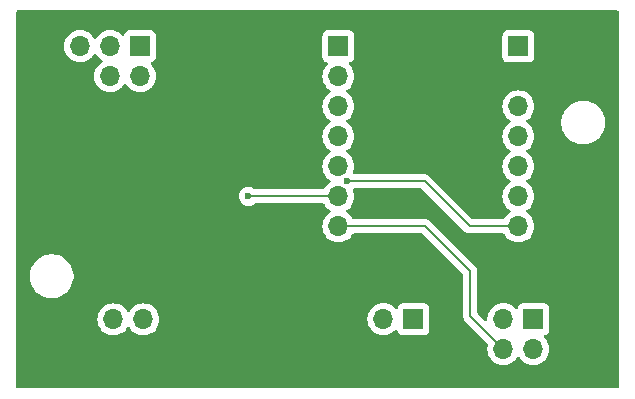
<source format=gbr>
%TF.GenerationSoftware,KiCad,Pcbnew,8.0.4*%
%TF.CreationDate,2024-08-21T00:11:03-04:00*%
%TF.ProjectId,Drone_Motherboard,44726f6e-655f-44d6-9f74-686572626f61,rev?*%
%TF.SameCoordinates,Original*%
%TF.FileFunction,Copper,L2,Bot*%
%TF.FilePolarity,Positive*%
%FSLAX46Y46*%
G04 Gerber Fmt 4.6, Leading zero omitted, Abs format (unit mm)*
G04 Created by KiCad (PCBNEW 8.0.4) date 2024-08-21 00:11:03*
%MOMM*%
%LPD*%
G01*
G04 APERTURE LIST*
%TA.AperFunction,ComponentPad*%
%ADD10R,1.700000X1.700000*%
%TD*%
%TA.AperFunction,ComponentPad*%
%ADD11O,1.700000X1.700000*%
%TD*%
%TA.AperFunction,ViaPad*%
%ADD12C,0.600000*%
%TD*%
%TA.AperFunction,Conductor*%
%ADD13C,0.200000*%
%TD*%
G04 APERTURE END LIST*
D10*
%TO.P,SPI1,1,Pin_1*%
%TO.N,Net-(SPI1-Pin_1)*%
X157485000Y-130551000D03*
D11*
%TO.P,SPI1,2,Pin_2*%
%TO.N,Net-(SPI1-Pin_2)*%
X157485000Y-133091000D03*
%TO.P,SPI1,3,Pin_3*%
%TO.N,Net-(SPI1-Pin_3)*%
X154945000Y-130551000D03*
%TO.P,SPI1,4,Pin_4*%
%TO.N,Net-(SPI1-Pin_4)*%
X154945000Y-133091000D03*
%TD*%
D10*
%TO.P,JETSON_PWR1,1,Pin_1*%
%TO.N,+5V*%
X147325000Y-130551000D03*
D11*
%TO.P,JETSON_PWR1,2,Pin_2*%
%TO.N,GND*%
X147325000Y-133091000D03*
%TO.P,JETSON_PWR1,3,Pin_3*%
%TO.N,+5V*%
X144785000Y-130551000D03*
%TO.P,JETSON_PWR1,4,Pin_4*%
%TO.N,GND*%
X144785000Y-133091000D03*
%TD*%
D10*
%TO.P,VBUCK1,1,Pin_1*%
%TO.N,GND*%
X124465000Y-133101000D03*
D11*
%TO.P,VBUCK1,2,Pin_2*%
X121925000Y-133101000D03*
%TO.P,VBUCK1,3,Pin_3*%
%TO.N,Net-(Q1-S)*%
X124465000Y-130561000D03*
%TO.P,VBUCK1,4,Pin_4*%
X121925000Y-130561000D03*
%TD*%
D10*
%TO.P,ESC_DEBUG1,1,Pin_1*%
%TO.N,Net-(ESC1-Pin_6)*%
X124191000Y-107437000D03*
D11*
%TO.P,ESC_DEBUG1,2,Pin_2*%
%TO.N,Net-(ESC1-Pin_5)*%
X124191000Y-109977000D03*
%TO.P,ESC_DEBUG1,3,Pin_3*%
%TO.N,Net-(ESC1-Pin_8)*%
X121651000Y-107437000D03*
%TO.P,ESC_DEBUG1,4,Pin_4*%
%TO.N,Net-(ESC1-Pin_7)*%
X121651000Y-109977000D03*
%TO.P,ESC_DEBUG1,5,Pin_5*%
%TO.N,Net-(ESC1-Pin_2)*%
X119111000Y-107437000D03*
%TO.P,ESC_DEBUG1,6,Pin_6*%
%TO.N,GND*%
X119111000Y-109977000D03*
%TD*%
D10*
%TO.P,XIAO_L1,1,Pin_1*%
%TO.N,Net-(ESC1-Pin_8)*%
X140970000Y-107442000D03*
D11*
%TO.P,XIAO_L1,2,Pin_2*%
%TO.N,Net-(ESC1-Pin_7)*%
X140970000Y-109982000D03*
%TO.P,XIAO_L1,3,Pin_3*%
%TO.N,Net-(ESC1-Pin_6)*%
X140970000Y-112522000D03*
%TO.P,XIAO_L1,4,Pin_4*%
%TO.N,Net-(ESC1-Pin_5)*%
X140970000Y-115062000D03*
%TO.P,XIAO_L1,5,Pin_5*%
%TO.N,Net-(ESC1-Pin_4)*%
X140970000Y-117602000D03*
%TO.P,XIAO_L1,6,Pin_6*%
%TO.N,VSENSE*%
X140970000Y-120142000D03*
%TO.P,XIAO_L1,7,Pin_7*%
%TO.N,Net-(SPI1-Pin_4)*%
X140970000Y-122682000D03*
%TD*%
D10*
%TO.P,XIAO_R1,1,Pin_1*%
%TO.N,+5V*%
X156210000Y-107442000D03*
D11*
%TO.P,XIAO_R1,2,Pin_2*%
%TO.N,GND*%
X156210000Y-109982000D03*
%TO.P,XIAO_R1,3,Pin_3*%
%TO.N,unconnected-(XIAO_R1-Pin_3-Pad3)*%
X156210000Y-112522000D03*
%TO.P,XIAO_R1,4,Pin_4*%
%TO.N,Net-(SPI1-Pin_2)*%
X156210000Y-115062000D03*
%TO.P,XIAO_R1,5,Pin_5*%
%TO.N,Net-(SPI1-Pin_1)*%
X156210000Y-117602000D03*
%TO.P,XIAO_R1,6,Pin_6*%
%TO.N,Net-(SPI1-Pin_3)*%
X156210000Y-120142000D03*
%TO.P,XIAO_R1,7,Pin_7*%
%TO.N,Net-(ESC1-Pin_2)*%
X156210000Y-122682000D03*
%TD*%
D12*
%TO.N,GND*%
X130302000Y-108712000D03*
X130810000Y-111252000D03*
X159512000Y-109212000D03*
X125722000Y-133596000D03*
X125722000Y-132580000D03*
X137152000Y-134612000D03*
X120642000Y-132580000D03*
X124960000Y-134358000D03*
X150614000Y-132326000D03*
X141470000Y-132326000D03*
X159512000Y-109974000D03*
X134612000Y-132072000D03*
X117848000Y-109466000D03*
X123944000Y-134358000D03*
X141470000Y-133088000D03*
X137152000Y-133342000D03*
X137152000Y-119118000D03*
X150614000Y-133088000D03*
X142232000Y-133596000D03*
X120642000Y-133596000D03*
X158750000Y-110482000D03*
X137152000Y-132072000D03*
X134612000Y-134612000D03*
X134612000Y-133342000D03*
X131056000Y-117848000D03*
X137152000Y-118356000D03*
X117848000Y-110482000D03*
X121404000Y-134358000D03*
X149852000Y-133596000D03*
X119626000Y-111244000D03*
X122420000Y-134358000D03*
X118610000Y-111244000D03*
%TO.N,Net-(ESC1-Pin_2)*%
X141732000Y-118872000D03*
%TO.N,VSENSE*%
X133350000Y-120142000D03*
%TD*%
D13*
%TO.N,Net-(ESC1-Pin_2)*%
X148272500Y-118872000D02*
X152082500Y-122682000D01*
X141732000Y-118872000D02*
X148272500Y-118872000D01*
X152082500Y-122682000D02*
X156210000Y-122682000D01*
%TO.N,VSENSE*%
X133350000Y-120142000D02*
X140970000Y-120142000D01*
%TO.N,Net-(SPI1-Pin_4)*%
X140970000Y-122682000D02*
X148336000Y-122682000D01*
X152146000Y-130292000D02*
X154945000Y-133091000D01*
X152146000Y-126492000D02*
X152146000Y-130292000D01*
X148336000Y-122682000D02*
X152146000Y-126492000D01*
%TD*%
%TA.AperFunction,Conductor*%
%TO.N,GND*%
G36*
X164642539Y-104420185D02*
G01*
X164688294Y-104472989D01*
X164699500Y-104524500D01*
X164699500Y-136275500D01*
X164679815Y-136342539D01*
X164627011Y-136388294D01*
X164575500Y-136399500D01*
X113824500Y-136399500D01*
X113757461Y-136379815D01*
X113711706Y-136327011D01*
X113700500Y-136275500D01*
X113700500Y-130560999D01*
X120569341Y-130560999D01*
X120569341Y-130561000D01*
X120589936Y-130796403D01*
X120589938Y-130796413D01*
X120651094Y-131024655D01*
X120651096Y-131024659D01*
X120651097Y-131024663D01*
X120655000Y-131033032D01*
X120750965Y-131238830D01*
X120750967Y-131238834D01*
X120859281Y-131393521D01*
X120886505Y-131432401D01*
X121053599Y-131599495D01*
X121116199Y-131643328D01*
X121247165Y-131735032D01*
X121247167Y-131735033D01*
X121247170Y-131735035D01*
X121461337Y-131834903D01*
X121461343Y-131834904D01*
X121461344Y-131834905D01*
X121498262Y-131844797D01*
X121689592Y-131896063D01*
X121857176Y-131910725D01*
X121924999Y-131916659D01*
X121925000Y-131916659D01*
X121925001Y-131916659D01*
X121992824Y-131910725D01*
X122160408Y-131896063D01*
X122388663Y-131834903D01*
X122602830Y-131735035D01*
X122796401Y-131599495D01*
X122963495Y-131432401D01*
X123093425Y-131246842D01*
X123148002Y-131203217D01*
X123217500Y-131196023D01*
X123279855Y-131227546D01*
X123296575Y-131246842D01*
X123426500Y-131432395D01*
X123426505Y-131432401D01*
X123593599Y-131599495D01*
X123656199Y-131643328D01*
X123787165Y-131735032D01*
X123787167Y-131735033D01*
X123787170Y-131735035D01*
X124001337Y-131834903D01*
X124001343Y-131834904D01*
X124001344Y-131834905D01*
X124038262Y-131844797D01*
X124229592Y-131896063D01*
X124397176Y-131910725D01*
X124464999Y-131916659D01*
X124465000Y-131916659D01*
X124465001Y-131916659D01*
X124532824Y-131910725D01*
X124700408Y-131896063D01*
X124928663Y-131834903D01*
X125142830Y-131735035D01*
X125336401Y-131599495D01*
X125503495Y-131432401D01*
X125639035Y-131238830D01*
X125738903Y-131024663D01*
X125800063Y-130796408D01*
X125820659Y-130561000D01*
X125819784Y-130550996D01*
X143429341Y-130550996D01*
X143449936Y-130786403D01*
X143449938Y-130786413D01*
X143511094Y-131014655D01*
X143511096Y-131014659D01*
X143511097Y-131014663D01*
X143515761Y-131024664D01*
X143610965Y-131228830D01*
X143610967Y-131228834D01*
X143719281Y-131383521D01*
X143746505Y-131422401D01*
X143913599Y-131589495D01*
X144010384Y-131657265D01*
X144107165Y-131725032D01*
X144107167Y-131725033D01*
X144107170Y-131725035D01*
X144321337Y-131824903D01*
X144549592Y-131886063D01*
X144726034Y-131901500D01*
X144784999Y-131906659D01*
X144785000Y-131906659D01*
X144785001Y-131906659D01*
X144843966Y-131901500D01*
X145020408Y-131886063D01*
X145248663Y-131824903D01*
X145462830Y-131725035D01*
X145656401Y-131589495D01*
X145778329Y-131467566D01*
X145839648Y-131434084D01*
X145909340Y-131439068D01*
X145965274Y-131480939D01*
X145982189Y-131511917D01*
X146031202Y-131643328D01*
X146031206Y-131643335D01*
X146117452Y-131758544D01*
X146117455Y-131758547D01*
X146232664Y-131844793D01*
X146232671Y-131844797D01*
X146367517Y-131895091D01*
X146367516Y-131895091D01*
X146374444Y-131895835D01*
X146427127Y-131901500D01*
X148222872Y-131901499D01*
X148282483Y-131895091D01*
X148417331Y-131844796D01*
X148532546Y-131758546D01*
X148618796Y-131643331D01*
X148669091Y-131508483D01*
X148675500Y-131448873D01*
X148675499Y-129653128D01*
X148669091Y-129593517D01*
X148667810Y-129590083D01*
X148618797Y-129458671D01*
X148618793Y-129458664D01*
X148532547Y-129343455D01*
X148532544Y-129343452D01*
X148417335Y-129257206D01*
X148417328Y-129257202D01*
X148282482Y-129206908D01*
X148282483Y-129206908D01*
X148222883Y-129200501D01*
X148222881Y-129200500D01*
X148222873Y-129200500D01*
X148222864Y-129200500D01*
X146427129Y-129200500D01*
X146427123Y-129200501D01*
X146367516Y-129206908D01*
X146232671Y-129257202D01*
X146232664Y-129257206D01*
X146117455Y-129343452D01*
X146117452Y-129343455D01*
X146031206Y-129458664D01*
X146031203Y-129458669D01*
X145982189Y-129590083D01*
X145940317Y-129646016D01*
X145874853Y-129670433D01*
X145806580Y-129655581D01*
X145778326Y-129634430D01*
X145656402Y-129512506D01*
X145656395Y-129512501D01*
X145462834Y-129376967D01*
X145462830Y-129376965D01*
X145462828Y-129376964D01*
X145248663Y-129277097D01*
X145248659Y-129277096D01*
X145248655Y-129277094D01*
X145020413Y-129215938D01*
X145020403Y-129215936D01*
X144785001Y-129195341D01*
X144784999Y-129195341D01*
X144549596Y-129215936D01*
X144549586Y-129215938D01*
X144321344Y-129277094D01*
X144321335Y-129277098D01*
X144107171Y-129376964D01*
X144107169Y-129376965D01*
X143913597Y-129512505D01*
X143746505Y-129679597D01*
X143610965Y-129873169D01*
X143610964Y-129873171D01*
X143511098Y-130087335D01*
X143511094Y-130087344D01*
X143449938Y-130315586D01*
X143449936Y-130315596D01*
X143429341Y-130550996D01*
X125819784Y-130550996D01*
X125800063Y-130325592D01*
X125738903Y-130097337D01*
X125639035Y-129883171D01*
X125633425Y-129875158D01*
X125503494Y-129689597D01*
X125336402Y-129522506D01*
X125336395Y-129522501D01*
X125322119Y-129512505D01*
X125245227Y-129458664D01*
X125142834Y-129386967D01*
X125142830Y-129386965D01*
X125121383Y-129376964D01*
X124928663Y-129287097D01*
X124928659Y-129287096D01*
X124928655Y-129287094D01*
X124700413Y-129225938D01*
X124700403Y-129225936D01*
X124465001Y-129205341D01*
X124464999Y-129205341D01*
X124229596Y-129225936D01*
X124229586Y-129225938D01*
X124001344Y-129287094D01*
X124001335Y-129287098D01*
X123787171Y-129386964D01*
X123787169Y-129386965D01*
X123593597Y-129522505D01*
X123426505Y-129689597D01*
X123296575Y-129875158D01*
X123241998Y-129918783D01*
X123172500Y-129925977D01*
X123110145Y-129894454D01*
X123093425Y-129875158D01*
X122963494Y-129689597D01*
X122796402Y-129522506D01*
X122796395Y-129522501D01*
X122782119Y-129512505D01*
X122705227Y-129458664D01*
X122602834Y-129386967D01*
X122602830Y-129386965D01*
X122581383Y-129376964D01*
X122388663Y-129287097D01*
X122388659Y-129287096D01*
X122388655Y-129287094D01*
X122160413Y-129225938D01*
X122160403Y-129225936D01*
X121925001Y-129205341D01*
X121924999Y-129205341D01*
X121689596Y-129225936D01*
X121689586Y-129225938D01*
X121461344Y-129287094D01*
X121461335Y-129287098D01*
X121247171Y-129386964D01*
X121247169Y-129386965D01*
X121053597Y-129522505D01*
X120886505Y-129689597D01*
X120750965Y-129883169D01*
X120750964Y-129883171D01*
X120651098Y-130097335D01*
X120651094Y-130097344D01*
X120589938Y-130325586D01*
X120589936Y-130325596D01*
X120569341Y-130560999D01*
X113700500Y-130560999D01*
X113700500Y-126778711D01*
X114849500Y-126778711D01*
X114849500Y-127021288D01*
X114881161Y-127261785D01*
X114943947Y-127496104D01*
X115036773Y-127720205D01*
X115036776Y-127720212D01*
X115158064Y-127930289D01*
X115158066Y-127930292D01*
X115158067Y-127930293D01*
X115305733Y-128122736D01*
X115305739Y-128122743D01*
X115477256Y-128294260D01*
X115477262Y-128294265D01*
X115669711Y-128441936D01*
X115879788Y-128563224D01*
X116103900Y-128656054D01*
X116338211Y-128718838D01*
X116518586Y-128742584D01*
X116578711Y-128750500D01*
X116578712Y-128750500D01*
X116821289Y-128750500D01*
X116869388Y-128744167D01*
X117061789Y-128718838D01*
X117296100Y-128656054D01*
X117520212Y-128563224D01*
X117730289Y-128441936D01*
X117922738Y-128294265D01*
X118094265Y-128122738D01*
X118241936Y-127930289D01*
X118363224Y-127720212D01*
X118456054Y-127496100D01*
X118518838Y-127261789D01*
X118550500Y-127021288D01*
X118550500Y-126778712D01*
X118518838Y-126538211D01*
X118456054Y-126303900D01*
X118363224Y-126079788D01*
X118241936Y-125869711D01*
X118094265Y-125677262D01*
X118094260Y-125677256D01*
X117922743Y-125505739D01*
X117922736Y-125505733D01*
X117730293Y-125358067D01*
X117730292Y-125358066D01*
X117730289Y-125358064D01*
X117520212Y-125236776D01*
X117520205Y-125236773D01*
X117296104Y-125143947D01*
X117061785Y-125081161D01*
X116821289Y-125049500D01*
X116821288Y-125049500D01*
X116578712Y-125049500D01*
X116578711Y-125049500D01*
X116338214Y-125081161D01*
X116103895Y-125143947D01*
X115879794Y-125236773D01*
X115879785Y-125236777D01*
X115669706Y-125358067D01*
X115477263Y-125505733D01*
X115477256Y-125505739D01*
X115305739Y-125677256D01*
X115305733Y-125677263D01*
X115158067Y-125869706D01*
X115036777Y-126079785D01*
X115036773Y-126079794D01*
X114943947Y-126303895D01*
X114881161Y-126538214D01*
X114849500Y-126778711D01*
X113700500Y-126778711D01*
X113700500Y-120141996D01*
X132544435Y-120141996D01*
X132544435Y-120142003D01*
X132564630Y-120321249D01*
X132564631Y-120321254D01*
X132624211Y-120491523D01*
X132695931Y-120605664D01*
X132720184Y-120644262D01*
X132847738Y-120771816D01*
X133000478Y-120867789D01*
X133170745Y-120927368D01*
X133170750Y-120927369D01*
X133349996Y-120947565D01*
X133350000Y-120947565D01*
X133350004Y-120947565D01*
X133529249Y-120927369D01*
X133529252Y-120927368D01*
X133529255Y-120927368D01*
X133699522Y-120867789D01*
X133852262Y-120771816D01*
X133852267Y-120771810D01*
X133855097Y-120769555D01*
X133857275Y-120768665D01*
X133858158Y-120768111D01*
X133858255Y-120768265D01*
X133919783Y-120743145D01*
X133932412Y-120742500D01*
X139680909Y-120742500D01*
X139747948Y-120762185D01*
X139793292Y-120814097D01*
X139795965Y-120819830D01*
X139871264Y-120927368D01*
X139931501Y-121013395D01*
X139931506Y-121013402D01*
X140098597Y-121180493D01*
X140098603Y-121180498D01*
X140284158Y-121310425D01*
X140327783Y-121365002D01*
X140334977Y-121434500D01*
X140303454Y-121496855D01*
X140284158Y-121513575D01*
X140098597Y-121643505D01*
X139931505Y-121810597D01*
X139795965Y-122004169D01*
X139795964Y-122004171D01*
X139696098Y-122218335D01*
X139696094Y-122218344D01*
X139634938Y-122446586D01*
X139634936Y-122446596D01*
X139614341Y-122681999D01*
X139614341Y-122682000D01*
X139634936Y-122917403D01*
X139634938Y-122917413D01*
X139696094Y-123145655D01*
X139696096Y-123145659D01*
X139696097Y-123145663D01*
X139759906Y-123282501D01*
X139795965Y-123359830D01*
X139795967Y-123359834D01*
X139904281Y-123514521D01*
X139931505Y-123553401D01*
X140098599Y-123720495D01*
X140195384Y-123788265D01*
X140292165Y-123856032D01*
X140292167Y-123856033D01*
X140292170Y-123856035D01*
X140506337Y-123955903D01*
X140734592Y-124017063D01*
X140922918Y-124033539D01*
X140969999Y-124037659D01*
X140970000Y-124037659D01*
X140970001Y-124037659D01*
X141009234Y-124034226D01*
X141205408Y-124017063D01*
X141433663Y-123955903D01*
X141647830Y-123856035D01*
X141841401Y-123720495D01*
X142008495Y-123553401D01*
X142144035Y-123359830D01*
X142146707Y-123354097D01*
X142192878Y-123301658D01*
X142259091Y-123282500D01*
X148035903Y-123282500D01*
X148102942Y-123302185D01*
X148123584Y-123318819D01*
X151509181Y-126704416D01*
X151542666Y-126765739D01*
X151545500Y-126792097D01*
X151545500Y-130205330D01*
X151545499Y-130205348D01*
X151545499Y-130371054D01*
X151545498Y-130371054D01*
X151545499Y-130371057D01*
X151586423Y-130523785D01*
X151602135Y-130550999D01*
X151602136Y-130551001D01*
X151602137Y-130551001D01*
X151618211Y-130578843D01*
X151665479Y-130660714D01*
X151665481Y-130660717D01*
X151784349Y-130779585D01*
X151784355Y-130779590D01*
X153612233Y-132607469D01*
X153645718Y-132668792D01*
X153644327Y-132727243D01*
X153609938Y-132855586D01*
X153609936Y-132855596D01*
X153589341Y-133090999D01*
X153589341Y-133091000D01*
X153609936Y-133326403D01*
X153609938Y-133326413D01*
X153671094Y-133554655D01*
X153671096Y-133554659D01*
X153671097Y-133554663D01*
X153675000Y-133563032D01*
X153770965Y-133768830D01*
X153770967Y-133768834D01*
X153879281Y-133923521D01*
X153906505Y-133962401D01*
X154073599Y-134129495D01*
X154170384Y-134197265D01*
X154267165Y-134265032D01*
X154267167Y-134265033D01*
X154267170Y-134265035D01*
X154481337Y-134364903D01*
X154709592Y-134426063D01*
X154897918Y-134442539D01*
X154944999Y-134446659D01*
X154945000Y-134446659D01*
X154945001Y-134446659D01*
X154984234Y-134443226D01*
X155180408Y-134426063D01*
X155408663Y-134364903D01*
X155622830Y-134265035D01*
X155816401Y-134129495D01*
X155983495Y-133962401D01*
X156113425Y-133776842D01*
X156168002Y-133733217D01*
X156237500Y-133726023D01*
X156299855Y-133757546D01*
X156316575Y-133776842D01*
X156446500Y-133962395D01*
X156446505Y-133962401D01*
X156613599Y-134129495D01*
X156710384Y-134197265D01*
X156807165Y-134265032D01*
X156807167Y-134265033D01*
X156807170Y-134265035D01*
X157021337Y-134364903D01*
X157249592Y-134426063D01*
X157437918Y-134442539D01*
X157484999Y-134446659D01*
X157485000Y-134446659D01*
X157485001Y-134446659D01*
X157524234Y-134443226D01*
X157720408Y-134426063D01*
X157948663Y-134364903D01*
X158162830Y-134265035D01*
X158356401Y-134129495D01*
X158523495Y-133962401D01*
X158659035Y-133768830D01*
X158758903Y-133554663D01*
X158820063Y-133326408D01*
X158840659Y-133091000D01*
X158820063Y-132855592D01*
X158758903Y-132627337D01*
X158659035Y-132413171D01*
X158653424Y-132405158D01*
X158523496Y-132219600D01*
X158523493Y-132219597D01*
X158401567Y-132097671D01*
X158368084Y-132036351D01*
X158373068Y-131966659D01*
X158414939Y-131910725D01*
X158445915Y-131893810D01*
X158577331Y-131844796D01*
X158692546Y-131758546D01*
X158778796Y-131643331D01*
X158829091Y-131508483D01*
X158835500Y-131448873D01*
X158835499Y-129653128D01*
X158829091Y-129593517D01*
X158827810Y-129590083D01*
X158778797Y-129458671D01*
X158778793Y-129458664D01*
X158692547Y-129343455D01*
X158692544Y-129343452D01*
X158577335Y-129257206D01*
X158577328Y-129257202D01*
X158442482Y-129206908D01*
X158442483Y-129206908D01*
X158382883Y-129200501D01*
X158382881Y-129200500D01*
X158382873Y-129200500D01*
X158382864Y-129200500D01*
X156587129Y-129200500D01*
X156587123Y-129200501D01*
X156527516Y-129206908D01*
X156392671Y-129257202D01*
X156392664Y-129257206D01*
X156277455Y-129343452D01*
X156277452Y-129343455D01*
X156191206Y-129458664D01*
X156191203Y-129458669D01*
X156142189Y-129590083D01*
X156100317Y-129646016D01*
X156034853Y-129670433D01*
X155966580Y-129655581D01*
X155938326Y-129634430D01*
X155816402Y-129512506D01*
X155816395Y-129512501D01*
X155622834Y-129376967D01*
X155622830Y-129376965D01*
X155622828Y-129376964D01*
X155408663Y-129277097D01*
X155408659Y-129277096D01*
X155408655Y-129277094D01*
X155180413Y-129215938D01*
X155180403Y-129215936D01*
X154945001Y-129195341D01*
X154944999Y-129195341D01*
X154709596Y-129215936D01*
X154709586Y-129215938D01*
X154481344Y-129277094D01*
X154481335Y-129277098D01*
X154267171Y-129376964D01*
X154267169Y-129376965D01*
X154073597Y-129512505D01*
X153906505Y-129679597D01*
X153770965Y-129873169D01*
X153770964Y-129873171D01*
X153671098Y-130087335D01*
X153671094Y-130087344D01*
X153609938Y-130315586D01*
X153609936Y-130315596D01*
X153589341Y-130550996D01*
X153591777Y-130578843D01*
X153578011Y-130647343D01*
X153529396Y-130697526D01*
X153461367Y-130713460D01*
X153395523Y-130690085D01*
X153380568Y-130677332D01*
X152782819Y-130079583D01*
X152749334Y-130018260D01*
X152746500Y-129991902D01*
X152746500Y-126581060D01*
X152746501Y-126581047D01*
X152746501Y-126412944D01*
X152705576Y-126260214D01*
X152705573Y-126260209D01*
X152626524Y-126123290D01*
X152626518Y-126123282D01*
X148823590Y-122320355D01*
X148823588Y-122320352D01*
X148704717Y-122201481D01*
X148704716Y-122201480D01*
X148617904Y-122151360D01*
X148617904Y-122151359D01*
X148617900Y-122151358D01*
X148567785Y-122122423D01*
X148415057Y-122081499D01*
X148256943Y-122081499D01*
X148249347Y-122081499D01*
X148249331Y-122081500D01*
X142259091Y-122081500D01*
X142192052Y-122061815D01*
X142146711Y-122009909D01*
X142144037Y-122004175D01*
X142144034Y-122004170D01*
X142144033Y-122004169D01*
X142008495Y-121810599D01*
X142008494Y-121810597D01*
X141841402Y-121643506D01*
X141841396Y-121643501D01*
X141655842Y-121513575D01*
X141612217Y-121458998D01*
X141605023Y-121389500D01*
X141636546Y-121327145D01*
X141655842Y-121310425D01*
X141678026Y-121294891D01*
X141841401Y-121180495D01*
X142008495Y-121013401D01*
X142144035Y-120819830D01*
X142243903Y-120605663D01*
X142305063Y-120377408D01*
X142325659Y-120142000D01*
X142305063Y-119906592D01*
X142243903Y-119678337D01*
X142230177Y-119648902D01*
X142219686Y-119579829D01*
X142248205Y-119516044D01*
X142306681Y-119477804D01*
X142342560Y-119472500D01*
X147972403Y-119472500D01*
X148039442Y-119492185D01*
X148060083Y-119508818D01*
X151713784Y-123162520D01*
X151713786Y-123162521D01*
X151713790Y-123162524D01*
X151850709Y-123241573D01*
X151850716Y-123241577D01*
X152003443Y-123282501D01*
X152003445Y-123282501D01*
X152169154Y-123282501D01*
X152169170Y-123282500D01*
X154920909Y-123282500D01*
X154987948Y-123302185D01*
X155033292Y-123354097D01*
X155035965Y-123359830D01*
X155171505Y-123553401D01*
X155338599Y-123720495D01*
X155435384Y-123788265D01*
X155532165Y-123856032D01*
X155532167Y-123856033D01*
X155532170Y-123856035D01*
X155746337Y-123955903D01*
X155974592Y-124017063D01*
X156162918Y-124033539D01*
X156209999Y-124037659D01*
X156210000Y-124037659D01*
X156210001Y-124037659D01*
X156249234Y-124034226D01*
X156445408Y-124017063D01*
X156673663Y-123955903D01*
X156887830Y-123856035D01*
X157081401Y-123720495D01*
X157248495Y-123553401D01*
X157384035Y-123359830D01*
X157483903Y-123145663D01*
X157545063Y-122917408D01*
X157565659Y-122682000D01*
X157545063Y-122446592D01*
X157483903Y-122218337D01*
X157384035Y-122004171D01*
X157384034Y-122004169D01*
X157248494Y-121810597D01*
X157081402Y-121643506D01*
X157081396Y-121643501D01*
X156895842Y-121513575D01*
X156852217Y-121458998D01*
X156845023Y-121389500D01*
X156876546Y-121327145D01*
X156895842Y-121310425D01*
X156918026Y-121294891D01*
X157081401Y-121180495D01*
X157248495Y-121013401D01*
X157384035Y-120819830D01*
X157483903Y-120605663D01*
X157545063Y-120377408D01*
X157565659Y-120142000D01*
X157545063Y-119906592D01*
X157483903Y-119678337D01*
X157384035Y-119464171D01*
X157384034Y-119464169D01*
X157248494Y-119270597D01*
X157081402Y-119103506D01*
X157081396Y-119103501D01*
X156895842Y-118973575D01*
X156852217Y-118918998D01*
X156845023Y-118849500D01*
X156876546Y-118787145D01*
X156895842Y-118770425D01*
X156918026Y-118754891D01*
X157081401Y-118640495D01*
X157248495Y-118473401D01*
X157384035Y-118279830D01*
X157483903Y-118065663D01*
X157545063Y-117837408D01*
X157565659Y-117602000D01*
X157545063Y-117366592D01*
X157483903Y-117138337D01*
X157384035Y-116924171D01*
X157248495Y-116730599D01*
X157248494Y-116730597D01*
X157081402Y-116563506D01*
X157081396Y-116563501D01*
X156895842Y-116433575D01*
X156852217Y-116378998D01*
X156845023Y-116309500D01*
X156876546Y-116247145D01*
X156895842Y-116230425D01*
X156918026Y-116214891D01*
X157081401Y-116100495D01*
X157248495Y-115933401D01*
X157384035Y-115739830D01*
X157483903Y-115525663D01*
X157545063Y-115297408D01*
X157565659Y-115062000D01*
X157545063Y-114826592D01*
X157483903Y-114598337D01*
X157384035Y-114384171D01*
X157248495Y-114190599D01*
X157248494Y-114190597D01*
X157081402Y-114023506D01*
X157081396Y-114023501D01*
X156895842Y-113893575D01*
X156852217Y-113838998D01*
X156845976Y-113778711D01*
X159849500Y-113778711D01*
X159849500Y-114021288D01*
X159881161Y-114261785D01*
X159943947Y-114496104D01*
X160036773Y-114720205D01*
X160036776Y-114720212D01*
X160158064Y-114930289D01*
X160158066Y-114930292D01*
X160158067Y-114930293D01*
X160305733Y-115122736D01*
X160305739Y-115122743D01*
X160477256Y-115294260D01*
X160477263Y-115294266D01*
X160590321Y-115381018D01*
X160669711Y-115441936D01*
X160879788Y-115563224D01*
X161103900Y-115656054D01*
X161338211Y-115718838D01*
X161518586Y-115742584D01*
X161578711Y-115750500D01*
X161578712Y-115750500D01*
X161821289Y-115750500D01*
X161869388Y-115744167D01*
X162061789Y-115718838D01*
X162296100Y-115656054D01*
X162520212Y-115563224D01*
X162730289Y-115441936D01*
X162922738Y-115294265D01*
X163094265Y-115122738D01*
X163241936Y-114930289D01*
X163363224Y-114720212D01*
X163456054Y-114496100D01*
X163518838Y-114261789D01*
X163550500Y-114021288D01*
X163550500Y-113778712D01*
X163518838Y-113538211D01*
X163456054Y-113303900D01*
X163363224Y-113079788D01*
X163241936Y-112869711D01*
X163094265Y-112677262D01*
X163094260Y-112677256D01*
X162922743Y-112505739D01*
X162922736Y-112505733D01*
X162730293Y-112358067D01*
X162730292Y-112358066D01*
X162730289Y-112358064D01*
X162520212Y-112236776D01*
X162520205Y-112236773D01*
X162296104Y-112143947D01*
X162061785Y-112081161D01*
X161821289Y-112049500D01*
X161821288Y-112049500D01*
X161578712Y-112049500D01*
X161578711Y-112049500D01*
X161338214Y-112081161D01*
X161103895Y-112143947D01*
X160879794Y-112236773D01*
X160879785Y-112236777D01*
X160669706Y-112358067D01*
X160477263Y-112505733D01*
X160477256Y-112505739D01*
X160305739Y-112677256D01*
X160305733Y-112677263D01*
X160158067Y-112869706D01*
X160036777Y-113079785D01*
X160036773Y-113079794D01*
X159943947Y-113303895D01*
X159881161Y-113538214D01*
X159849500Y-113778711D01*
X156845976Y-113778711D01*
X156845023Y-113769500D01*
X156876546Y-113707145D01*
X156895842Y-113690425D01*
X156918026Y-113674891D01*
X157081401Y-113560495D01*
X157248495Y-113393401D01*
X157384035Y-113199830D01*
X157483903Y-112985663D01*
X157545063Y-112757408D01*
X157565659Y-112522000D01*
X157545063Y-112286592D01*
X157483903Y-112058337D01*
X157384035Y-111844171D01*
X157248495Y-111650599D01*
X157248494Y-111650597D01*
X157081402Y-111483506D01*
X157081395Y-111483501D01*
X156887834Y-111347967D01*
X156887830Y-111347965D01*
X156887828Y-111347964D01*
X156673663Y-111248097D01*
X156673659Y-111248096D01*
X156673655Y-111248094D01*
X156445413Y-111186938D01*
X156445403Y-111186936D01*
X156210001Y-111166341D01*
X156209999Y-111166341D01*
X155974596Y-111186936D01*
X155974586Y-111186938D01*
X155746344Y-111248094D01*
X155746335Y-111248098D01*
X155532171Y-111347964D01*
X155532169Y-111347965D01*
X155338597Y-111483505D01*
X155171505Y-111650597D01*
X155035965Y-111844169D01*
X155035964Y-111844171D01*
X154936098Y-112058335D01*
X154936094Y-112058344D01*
X154874938Y-112286586D01*
X154874936Y-112286596D01*
X154854341Y-112521999D01*
X154854341Y-112522000D01*
X154874936Y-112757403D01*
X154874938Y-112757413D01*
X154936094Y-112985655D01*
X154936096Y-112985659D01*
X154936097Y-112985663D01*
X154979991Y-113079794D01*
X155035965Y-113199830D01*
X155035967Y-113199834D01*
X155171501Y-113393395D01*
X155171506Y-113393402D01*
X155338597Y-113560493D01*
X155338603Y-113560498D01*
X155524158Y-113690425D01*
X155567783Y-113745002D01*
X155574977Y-113814500D01*
X155543454Y-113876855D01*
X155524158Y-113893575D01*
X155338597Y-114023505D01*
X155171505Y-114190597D01*
X155035965Y-114384169D01*
X155035964Y-114384171D01*
X154936098Y-114598335D01*
X154936094Y-114598344D01*
X154874938Y-114826586D01*
X154874936Y-114826596D01*
X154854341Y-115061999D01*
X154854341Y-115062000D01*
X154874936Y-115297403D01*
X154874938Y-115297413D01*
X154936094Y-115525655D01*
X154936096Y-115525659D01*
X154936097Y-115525663D01*
X155026176Y-115718838D01*
X155035965Y-115739830D01*
X155035967Y-115739834D01*
X155171501Y-115933395D01*
X155171506Y-115933402D01*
X155338597Y-116100493D01*
X155338603Y-116100498D01*
X155524158Y-116230425D01*
X155567783Y-116285002D01*
X155574977Y-116354500D01*
X155543454Y-116416855D01*
X155524158Y-116433575D01*
X155338597Y-116563505D01*
X155171505Y-116730597D01*
X155035965Y-116924169D01*
X155035964Y-116924171D01*
X154936098Y-117138335D01*
X154936094Y-117138344D01*
X154874938Y-117366586D01*
X154874936Y-117366596D01*
X154854341Y-117601999D01*
X154854341Y-117602000D01*
X154874936Y-117837403D01*
X154874938Y-117837413D01*
X154936094Y-118065655D01*
X154936096Y-118065659D01*
X154936097Y-118065663D01*
X155001942Y-118206868D01*
X155035965Y-118279830D01*
X155035967Y-118279834D01*
X155171501Y-118473395D01*
X155171506Y-118473402D01*
X155338597Y-118640493D01*
X155338603Y-118640498D01*
X155524158Y-118770425D01*
X155567783Y-118825002D01*
X155574977Y-118894500D01*
X155543454Y-118956855D01*
X155524158Y-118973575D01*
X155338597Y-119103505D01*
X155171505Y-119270597D01*
X155035965Y-119464169D01*
X155035964Y-119464171D01*
X154936098Y-119678335D01*
X154936094Y-119678344D01*
X154874938Y-119906586D01*
X154874936Y-119906596D01*
X154854341Y-120141999D01*
X154854341Y-120142000D01*
X154874936Y-120377403D01*
X154874938Y-120377413D01*
X154936094Y-120605655D01*
X154936096Y-120605659D01*
X154936097Y-120605663D01*
X155000206Y-120743145D01*
X155035965Y-120819830D01*
X155035967Y-120819834D01*
X155171501Y-121013395D01*
X155171506Y-121013402D01*
X155338597Y-121180493D01*
X155338603Y-121180498D01*
X155524158Y-121310425D01*
X155567783Y-121365002D01*
X155574977Y-121434500D01*
X155543454Y-121496855D01*
X155524158Y-121513575D01*
X155338597Y-121643505D01*
X155171506Y-121810596D01*
X155035965Y-122004170D01*
X155035962Y-122004175D01*
X155033289Y-122009909D01*
X154987115Y-122062346D01*
X154920909Y-122081500D01*
X152382598Y-122081500D01*
X152315559Y-122061815D01*
X152294917Y-122045181D01*
X148760090Y-118510355D01*
X148760088Y-118510352D01*
X148641217Y-118391481D01*
X148641209Y-118391475D01*
X148539436Y-118332717D01*
X148539434Y-118332716D01*
X148504290Y-118312425D01*
X148504289Y-118312424D01*
X148491763Y-118309067D01*
X148351557Y-118271499D01*
X148193443Y-118271499D01*
X148185847Y-118271499D01*
X148185831Y-118271500D01*
X142342560Y-118271500D01*
X142275521Y-118251815D01*
X142229766Y-118199011D01*
X142219822Y-118129853D01*
X142230176Y-118095099D01*
X142243903Y-118065663D01*
X142305063Y-117837408D01*
X142325659Y-117602000D01*
X142305063Y-117366592D01*
X142243903Y-117138337D01*
X142144035Y-116924171D01*
X142008495Y-116730599D01*
X142008494Y-116730597D01*
X141841402Y-116563506D01*
X141841396Y-116563501D01*
X141655842Y-116433575D01*
X141612217Y-116378998D01*
X141605023Y-116309500D01*
X141636546Y-116247145D01*
X141655842Y-116230425D01*
X141678026Y-116214891D01*
X141841401Y-116100495D01*
X142008495Y-115933401D01*
X142144035Y-115739830D01*
X142243903Y-115525663D01*
X142305063Y-115297408D01*
X142325659Y-115062000D01*
X142305063Y-114826592D01*
X142243903Y-114598337D01*
X142144035Y-114384171D01*
X142008495Y-114190599D01*
X142008494Y-114190597D01*
X141841402Y-114023506D01*
X141841396Y-114023501D01*
X141655842Y-113893575D01*
X141612217Y-113838998D01*
X141605023Y-113769500D01*
X141636546Y-113707145D01*
X141655842Y-113690425D01*
X141678026Y-113674891D01*
X141841401Y-113560495D01*
X142008495Y-113393401D01*
X142144035Y-113199830D01*
X142243903Y-112985663D01*
X142305063Y-112757408D01*
X142325659Y-112522000D01*
X142305063Y-112286592D01*
X142243903Y-112058337D01*
X142144035Y-111844171D01*
X142008495Y-111650599D01*
X142008494Y-111650597D01*
X141841402Y-111483506D01*
X141841396Y-111483501D01*
X141655842Y-111353575D01*
X141612217Y-111298998D01*
X141605023Y-111229500D01*
X141636546Y-111167145D01*
X141655842Y-111150425D01*
X141678026Y-111134891D01*
X141841401Y-111020495D01*
X142008495Y-110853401D01*
X142144035Y-110659830D01*
X142243903Y-110445663D01*
X142305063Y-110217408D01*
X142325659Y-109982000D01*
X142325221Y-109976999D01*
X142305063Y-109746596D01*
X142305063Y-109746592D01*
X142243903Y-109518337D01*
X142144035Y-109304171D01*
X142134923Y-109291158D01*
X142008496Y-109110600D01*
X142003493Y-109105597D01*
X141886567Y-108988671D01*
X141853084Y-108927351D01*
X141858068Y-108857659D01*
X141899939Y-108801725D01*
X141930915Y-108784810D01*
X142062331Y-108735796D01*
X142177546Y-108649546D01*
X142263796Y-108534331D01*
X142314091Y-108399483D01*
X142320500Y-108339873D01*
X142320499Y-106544135D01*
X154859500Y-106544135D01*
X154859500Y-108339870D01*
X154859501Y-108339876D01*
X154865908Y-108399483D01*
X154916202Y-108534328D01*
X154916206Y-108534335D01*
X155002452Y-108649544D01*
X155002455Y-108649547D01*
X155117664Y-108735793D01*
X155117671Y-108735797D01*
X155252517Y-108786091D01*
X155252516Y-108786091D01*
X155259444Y-108786835D01*
X155312127Y-108792500D01*
X157107872Y-108792499D01*
X157167483Y-108786091D01*
X157302331Y-108735796D01*
X157417546Y-108649546D01*
X157503796Y-108534331D01*
X157554091Y-108399483D01*
X157560500Y-108339873D01*
X157560499Y-106544128D01*
X157554091Y-106484517D01*
X157550945Y-106476083D01*
X157503797Y-106349671D01*
X157503793Y-106349664D01*
X157417547Y-106234455D01*
X157417544Y-106234452D01*
X157302335Y-106148206D01*
X157302328Y-106148202D01*
X157167482Y-106097908D01*
X157167483Y-106097908D01*
X157107883Y-106091501D01*
X157107881Y-106091500D01*
X157107873Y-106091500D01*
X157107864Y-106091500D01*
X155312129Y-106091500D01*
X155312123Y-106091501D01*
X155252516Y-106097908D01*
X155117671Y-106148202D01*
X155117664Y-106148206D01*
X155002455Y-106234452D01*
X155002452Y-106234455D01*
X154916206Y-106349664D01*
X154916202Y-106349671D01*
X154865908Y-106484517D01*
X154860037Y-106539128D01*
X154859501Y-106544123D01*
X154859500Y-106544135D01*
X142320499Y-106544135D01*
X142320499Y-106544128D01*
X142314091Y-106484517D01*
X142310945Y-106476083D01*
X142263797Y-106349671D01*
X142263793Y-106349664D01*
X142177547Y-106234455D01*
X142177544Y-106234452D01*
X142062335Y-106148206D01*
X142062328Y-106148202D01*
X141927482Y-106097908D01*
X141927483Y-106097908D01*
X141867883Y-106091501D01*
X141867881Y-106091500D01*
X141867873Y-106091500D01*
X141867864Y-106091500D01*
X140072129Y-106091500D01*
X140072123Y-106091501D01*
X140012516Y-106097908D01*
X139877671Y-106148202D01*
X139877664Y-106148206D01*
X139762455Y-106234452D01*
X139762452Y-106234455D01*
X139676206Y-106349664D01*
X139676202Y-106349671D01*
X139625908Y-106484517D01*
X139620037Y-106539128D01*
X139619501Y-106544123D01*
X139619500Y-106544135D01*
X139619500Y-108339870D01*
X139619501Y-108339876D01*
X139625908Y-108399483D01*
X139676202Y-108534328D01*
X139676206Y-108534335D01*
X139762452Y-108649544D01*
X139762455Y-108649547D01*
X139877664Y-108735793D01*
X139877671Y-108735797D01*
X140009081Y-108784810D01*
X140065015Y-108826681D01*
X140089432Y-108892145D01*
X140074580Y-108960418D01*
X140053430Y-108988673D01*
X139931503Y-109110600D01*
X139795965Y-109304169D01*
X139795964Y-109304171D01*
X139702401Y-109504816D01*
X139698430Y-109513335D01*
X139696098Y-109518335D01*
X139696094Y-109518344D01*
X139634938Y-109746586D01*
X139634936Y-109746596D01*
X139614341Y-109981999D01*
X139614341Y-109982000D01*
X139634936Y-110217403D01*
X139634938Y-110217413D01*
X139696094Y-110445655D01*
X139696096Y-110445659D01*
X139696097Y-110445663D01*
X139773672Y-110612023D01*
X139795965Y-110659830D01*
X139795967Y-110659834D01*
X139904281Y-110814521D01*
X139928000Y-110848396D01*
X139931501Y-110853395D01*
X139931506Y-110853402D01*
X140098597Y-111020493D01*
X140098603Y-111020498D01*
X140284158Y-111150425D01*
X140327783Y-111205002D01*
X140334977Y-111274500D01*
X140303454Y-111336855D01*
X140284158Y-111353575D01*
X140098597Y-111483505D01*
X139931505Y-111650597D01*
X139795965Y-111844169D01*
X139795964Y-111844171D01*
X139696098Y-112058335D01*
X139696094Y-112058344D01*
X139634938Y-112286586D01*
X139634936Y-112286596D01*
X139614341Y-112521999D01*
X139614341Y-112522000D01*
X139634936Y-112757403D01*
X139634938Y-112757413D01*
X139696094Y-112985655D01*
X139696096Y-112985659D01*
X139696097Y-112985663D01*
X139739991Y-113079794D01*
X139795965Y-113199830D01*
X139795967Y-113199834D01*
X139931501Y-113393395D01*
X139931506Y-113393402D01*
X140098597Y-113560493D01*
X140098603Y-113560498D01*
X140284158Y-113690425D01*
X140327783Y-113745002D01*
X140334977Y-113814500D01*
X140303454Y-113876855D01*
X140284158Y-113893575D01*
X140098597Y-114023505D01*
X139931505Y-114190597D01*
X139795965Y-114384169D01*
X139795964Y-114384171D01*
X139696098Y-114598335D01*
X139696094Y-114598344D01*
X139634938Y-114826586D01*
X139634936Y-114826596D01*
X139614341Y-115061999D01*
X139614341Y-115062000D01*
X139634936Y-115297403D01*
X139634938Y-115297413D01*
X139696094Y-115525655D01*
X139696096Y-115525659D01*
X139696097Y-115525663D01*
X139786176Y-115718838D01*
X139795965Y-115739830D01*
X139795967Y-115739834D01*
X139931501Y-115933395D01*
X139931506Y-115933402D01*
X140098597Y-116100493D01*
X140098603Y-116100498D01*
X140284158Y-116230425D01*
X140327783Y-116285002D01*
X140334977Y-116354500D01*
X140303454Y-116416855D01*
X140284158Y-116433575D01*
X140098597Y-116563505D01*
X139931505Y-116730597D01*
X139795965Y-116924169D01*
X139795964Y-116924171D01*
X139696098Y-117138335D01*
X139696094Y-117138344D01*
X139634938Y-117366586D01*
X139634936Y-117366596D01*
X139614341Y-117601999D01*
X139614341Y-117602000D01*
X139634936Y-117837403D01*
X139634938Y-117837413D01*
X139696094Y-118065655D01*
X139696096Y-118065659D01*
X139696097Y-118065663D01*
X139761942Y-118206868D01*
X139795965Y-118279830D01*
X139795967Y-118279834D01*
X139931501Y-118473395D01*
X139931506Y-118473402D01*
X140098597Y-118640493D01*
X140098603Y-118640498D01*
X140284158Y-118770425D01*
X140327783Y-118825002D01*
X140334977Y-118894500D01*
X140303454Y-118956855D01*
X140284158Y-118973575D01*
X140098597Y-119103505D01*
X139931506Y-119270596D01*
X139795965Y-119464170D01*
X139795962Y-119464175D01*
X139793289Y-119469909D01*
X139747115Y-119522346D01*
X139680909Y-119541500D01*
X133932412Y-119541500D01*
X133865373Y-119521815D01*
X133855097Y-119514445D01*
X133852263Y-119512185D01*
X133852262Y-119512184D01*
X133775847Y-119464169D01*
X133699523Y-119416211D01*
X133529254Y-119356631D01*
X133529249Y-119356630D01*
X133350004Y-119336435D01*
X133349996Y-119336435D01*
X133170750Y-119356630D01*
X133170745Y-119356631D01*
X133000476Y-119416211D01*
X132847737Y-119512184D01*
X132720184Y-119639737D01*
X132624211Y-119792476D01*
X132564631Y-119962745D01*
X132564630Y-119962750D01*
X132544435Y-120141996D01*
X113700500Y-120141996D01*
X113700500Y-107436999D01*
X117755341Y-107436999D01*
X117755341Y-107437000D01*
X117775936Y-107672403D01*
X117775938Y-107672413D01*
X117837094Y-107900655D01*
X117837096Y-107900659D01*
X117837097Y-107900663D01*
X117841000Y-107909032D01*
X117936965Y-108114830D01*
X117936967Y-108114834D01*
X118045281Y-108269521D01*
X118072505Y-108308401D01*
X118239599Y-108475495D01*
X118323631Y-108534335D01*
X118433165Y-108611032D01*
X118433167Y-108611033D01*
X118433170Y-108611035D01*
X118647337Y-108710903D01*
X118875592Y-108772063D01*
X119052034Y-108787500D01*
X119110999Y-108792659D01*
X119111000Y-108792659D01*
X119111001Y-108792659D01*
X119169966Y-108787500D01*
X119346408Y-108772063D01*
X119574663Y-108710903D01*
X119788830Y-108611035D01*
X119982401Y-108475495D01*
X120149495Y-108308401D01*
X120279425Y-108122842D01*
X120334002Y-108079217D01*
X120403500Y-108072023D01*
X120465855Y-108103546D01*
X120482575Y-108122842D01*
X120612501Y-108308396D01*
X120612506Y-108308402D01*
X120779597Y-108475493D01*
X120779603Y-108475498D01*
X120965158Y-108605425D01*
X121008783Y-108660002D01*
X121015977Y-108729500D01*
X120984454Y-108791855D01*
X120965158Y-108808575D01*
X120779597Y-108938505D01*
X120612505Y-109105597D01*
X120476965Y-109299169D01*
X120476964Y-109299171D01*
X120377098Y-109513335D01*
X120377094Y-109513344D01*
X120315938Y-109741586D01*
X120315936Y-109741596D01*
X120295341Y-109976999D01*
X120295341Y-109977000D01*
X120315936Y-110212403D01*
X120315938Y-110212413D01*
X120377094Y-110440655D01*
X120377096Y-110440659D01*
X120377097Y-110440663D01*
X120381000Y-110449032D01*
X120476965Y-110654830D01*
X120476967Y-110654834D01*
X120585281Y-110809521D01*
X120612505Y-110848401D01*
X120779599Y-111015495D01*
X120876384Y-111083265D01*
X120973165Y-111151032D01*
X120973167Y-111151033D01*
X120973170Y-111151035D01*
X121187337Y-111250903D01*
X121415592Y-111312063D01*
X121603918Y-111328539D01*
X121650999Y-111332659D01*
X121651000Y-111332659D01*
X121651001Y-111332659D01*
X121690234Y-111329226D01*
X121886408Y-111312063D01*
X122114663Y-111250903D01*
X122328830Y-111151035D01*
X122522401Y-111015495D01*
X122689495Y-110848401D01*
X122819425Y-110662842D01*
X122874002Y-110619217D01*
X122943500Y-110612023D01*
X123005855Y-110643546D01*
X123022575Y-110662842D01*
X123152500Y-110848395D01*
X123152505Y-110848401D01*
X123319599Y-111015495D01*
X123416384Y-111083265D01*
X123513165Y-111151032D01*
X123513167Y-111151033D01*
X123513170Y-111151035D01*
X123727337Y-111250903D01*
X123955592Y-111312063D01*
X124143918Y-111328539D01*
X124190999Y-111332659D01*
X124191000Y-111332659D01*
X124191001Y-111332659D01*
X124230234Y-111329226D01*
X124426408Y-111312063D01*
X124654663Y-111250903D01*
X124868830Y-111151035D01*
X125062401Y-111015495D01*
X125229495Y-110848401D01*
X125365035Y-110654830D01*
X125464903Y-110440663D01*
X125526063Y-110212408D01*
X125546659Y-109977000D01*
X125526063Y-109741592D01*
X125464903Y-109513337D01*
X125365035Y-109299171D01*
X125359424Y-109291158D01*
X125229496Y-109105600D01*
X125229493Y-109105597D01*
X125107567Y-108983671D01*
X125074084Y-108922351D01*
X125079068Y-108852659D01*
X125120939Y-108796725D01*
X125151915Y-108779810D01*
X125283331Y-108730796D01*
X125398546Y-108644546D01*
X125484796Y-108529331D01*
X125535091Y-108394483D01*
X125541500Y-108334873D01*
X125541499Y-106539128D01*
X125536299Y-106490757D01*
X125535091Y-106479516D01*
X125484797Y-106344671D01*
X125484793Y-106344664D01*
X125398547Y-106229455D01*
X125398544Y-106229452D01*
X125283335Y-106143206D01*
X125283328Y-106143202D01*
X125148482Y-106092908D01*
X125148483Y-106092908D01*
X125088883Y-106086501D01*
X125088881Y-106086500D01*
X125088873Y-106086500D01*
X125088864Y-106086500D01*
X123293129Y-106086500D01*
X123293123Y-106086501D01*
X123233516Y-106092908D01*
X123098671Y-106143202D01*
X123098664Y-106143206D01*
X122983455Y-106229452D01*
X122983452Y-106229455D01*
X122897206Y-106344664D01*
X122897203Y-106344669D01*
X122848189Y-106476083D01*
X122806317Y-106532016D01*
X122740853Y-106556433D01*
X122672580Y-106541581D01*
X122644326Y-106520430D01*
X122522402Y-106398506D01*
X122522395Y-106398501D01*
X122328834Y-106262967D01*
X122328830Y-106262965D01*
X122267684Y-106234452D01*
X122114663Y-106163097D01*
X122114659Y-106163096D01*
X122114655Y-106163094D01*
X121886413Y-106101938D01*
X121886403Y-106101936D01*
X121651001Y-106081341D01*
X121650999Y-106081341D01*
X121415596Y-106101936D01*
X121415586Y-106101938D01*
X121187344Y-106163094D01*
X121187335Y-106163098D01*
X120973171Y-106262964D01*
X120973169Y-106262965D01*
X120779597Y-106398505D01*
X120612505Y-106565597D01*
X120482575Y-106751158D01*
X120427998Y-106794783D01*
X120358500Y-106801977D01*
X120296145Y-106770454D01*
X120279425Y-106751158D01*
X120149494Y-106565597D01*
X119982402Y-106398506D01*
X119982395Y-106398501D01*
X119788834Y-106262967D01*
X119788830Y-106262965D01*
X119727684Y-106234452D01*
X119574663Y-106163097D01*
X119574659Y-106163096D01*
X119574655Y-106163094D01*
X119346413Y-106101938D01*
X119346403Y-106101936D01*
X119111001Y-106081341D01*
X119110999Y-106081341D01*
X118875596Y-106101936D01*
X118875586Y-106101938D01*
X118647344Y-106163094D01*
X118647335Y-106163098D01*
X118433171Y-106262964D01*
X118433169Y-106262965D01*
X118239597Y-106398505D01*
X118072505Y-106565597D01*
X117936965Y-106759169D01*
X117936964Y-106759171D01*
X117837098Y-106973335D01*
X117837094Y-106973344D01*
X117775938Y-107201586D01*
X117775936Y-107201596D01*
X117755341Y-107436999D01*
X113700500Y-107436999D01*
X113700500Y-104524500D01*
X113720185Y-104457461D01*
X113772989Y-104411706D01*
X113824500Y-104400500D01*
X164575500Y-104400500D01*
X164642539Y-104420185D01*
G37*
%TD.AperFunction*%
%TD*%
M02*

</source>
